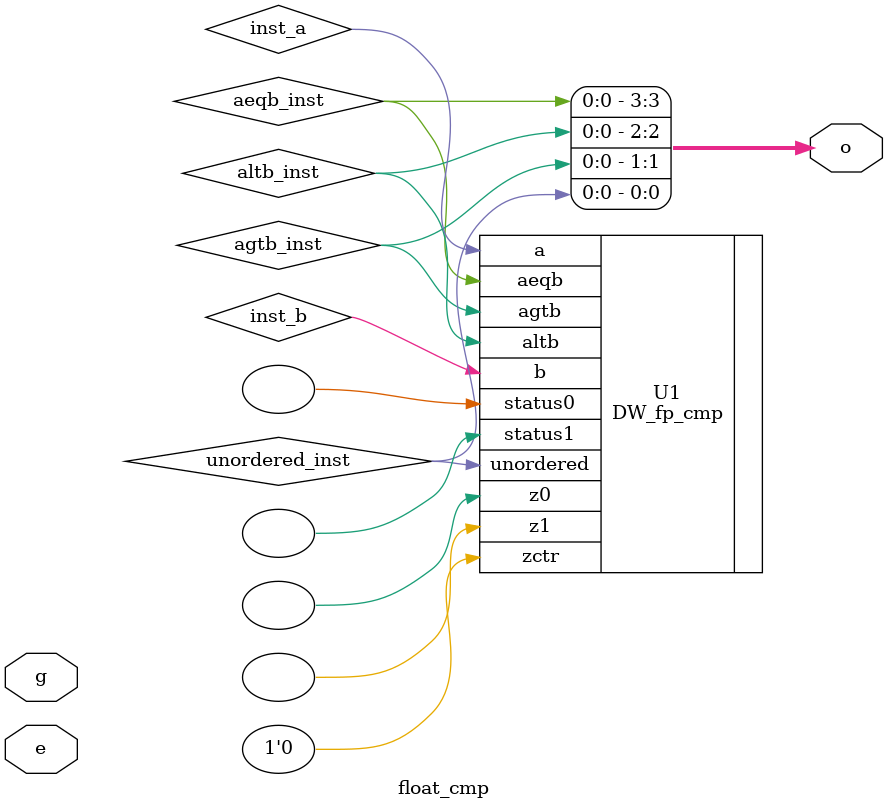
<source format=v>
`timescale 1ns / 1ps

module float_cmp(g, e, o);
  parameter sig_width = 23;
  parameter exp_width = 8;
  parameter ieee_compliance = 0;

  input  [sig_width+exp_width:0] g;
  input  [sig_width+exp_width:0] e;
  output [3:0] o; // {aeqb_inst, altb_inst, agtb_inst, unordered_inst}


  wire aeqb_inst;
  wire altb_inst;
  wire agtb_inst;
  wire unordered_inst;

  assign o = {aeqb_inst, altb_inst, agtb_inst, unordered_inst};

  // Instance of DW_fp_cmp
  // more info: https://www.synopsys.com/dw/ipdir.php?c=DW_fp_cmp
  DW_fp_cmp
  #(
    sig_width,
    exp_width,
    ieee_compliance
  )
  U1
  (
    .a(inst_a),
    .b(inst_b),
    .zctr(1'b0),
    .aeqb(aeqb_inst),
    .altb(altb_inst),
    .agtb(agtb_inst),
    .unordered(unordered_inst),
    .z0(),
    .z1(),
    .status0(),
	  .status1()
  );

endmodule

</source>
